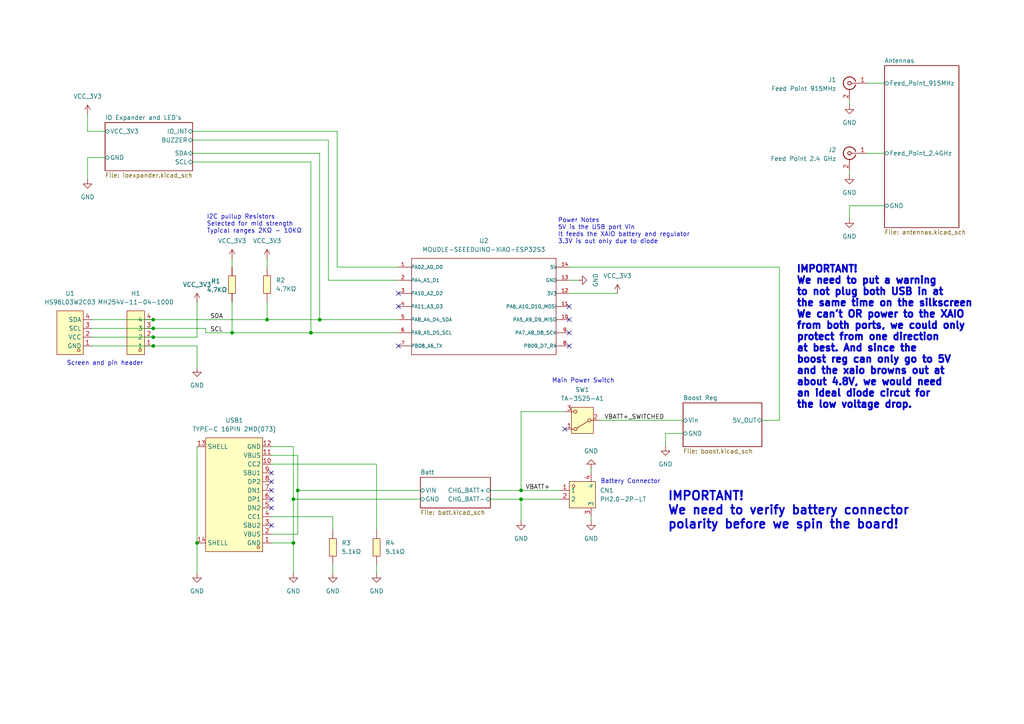
<source format=kicad_sch>
(kicad_sch (version 20250114) (generator "eeschema") (generator_version "9.0")
  (paper "A4")
  (title_block (title "DEFCON Policy 2025 Badge") (date "2025-05-21") (rev "1"))
  (lib_symbols
    (symbol "0603WAF4701T5E_1" (pin_numbers (hide yes)) (pin_names (hide yes))
      (property "Reference" "R" (at 0 5.08 0))
      (property "Value" "0603WAF4701T5E" (at 0 -5.08 0))
      (symbol "0603WAF4701T5E_1_0_1"
        (rectangle (start -2.54 1.02) (end 2.54 -1.02) (fill (type background)))
        (pin input line (at -5.08 0 0) (length 2.54) (name "1") (number "1"))
        (pin input line (at 5.08 0 180) (length 2.54) (name "2") (number "2"))
      )
    )
    (symbol "Connector:Conn_Coaxial" (pin_names (offset 1.016) (hide yes))
      (property "Reference" "J" (at 0.254 3.048 0))
      (property "Value" "Conn_Coaxial" (at 2.921 0 90))
      (symbol "Conn_Coaxial_0_1"
        (polyline (pts (xy -2.54 0) (xy -0.508 0)))
        (arc (start 1.778 0) (mid 0.222 -1.8079) (end -1.778 -0.508) (stroke (width 0.254)))
        (arc (start -1.778 0.508) (mid 0.2221 1.8084) (end 1.778 0) (stroke (width 0.254)))
        (circle (center 0 0) (radius 0.508) (stroke (width 0.2032)))
        (polyline (pts (xy 0 -2.54) (xy 0 -1.778)))
      )
      (symbol "Conn_Coaxial_1_1"
        (pin passive line (at -5.08 0 0) (length 2.54) (name "In") (number "1"))
        (pin passive line (at 0 -5.08 90) (length 2.54) (name "Ext") (number "2"))
      )
    )
    (symbol "JLCPCB:0603WAF4701T5E" (pin_numbers (hide yes)) (pin_names (hide yes))
      (property "Reference" "R" (at 0 5.08 0))
      (property "Value" "0603WAF4701T5E" (at 0 -5.08 0))
      (symbol "0603WAF4701T5E_0_1"
        (rectangle (start -2.54 1.02) (end 2.54 -1.02) (fill (type background)))
        (pin input line (at -5.08 0 0) (length 2.54) (name "1") (number "1"))
        (pin input line (at 5.08 0 180) (length 2.54) (name "2") (number "2"))
      )
    )
    (symbol "JLCPCB:0603WAF5101T5E" (pin_numbers (hide yes)) (pin_names (hide yes))
      (property "Reference" "R" (at 0 5.08 0))
      (property "Value" "0603WAF5101T5E" (at 0 -5.08 0))
      (symbol "0603WAF5101T5E_0_1"
        (rectangle (start -2.54 1.02) (end 2.54 -1.02) (fill (type background)))
        (pin input line (at -5.08 0 0) (length 2.54) (name "1") (number "1"))
        (pin input line (at 5.08 0 180) (length 2.54) (name "2") (number "2"))
      )
    )
    (symbol "JLCPCB:HS96L03W2C03"
      (property "Reference" "U" (at 0 8.89 0))
      (property "Value" "HS96L03W2C03" (at 0 -8.89 0))
      (symbol "HS96L03W2C03_0_1"
        (rectangle (start -3.81 6.35) (end 3.81 -6.35) (fill (type background)))
        (circle (center -2.54 5.08) (radius 0.38))
        (pin unspecified line (at -6.35 3.81 0) (length 2.54) (name "GND") (number "1"))
        (pin unspecified line (at -6.35 1.27 0) (length 2.54) (name "VCC") (number "2"))
        (pin unspecified line (at -6.35 -1.27 0) (length 2.54) (name "SCL") (number "3"))
        (pin unspecified line (at -6.35 -3.81 0) (length 2.54) (name "SDA") (number "4"))
      )
    )
    (symbol "JLCPCB:MH254V-11-04-1000"
      (property "Reference" "H" (at 0 8.89 0))
      (property "Value" "MH254V-11-04-1000" (at 0 -8.89 0))
      (symbol "MH254V-11-04-1000_0_1"
        (rectangle (start -2.54 6.35) (end 2.54 -6.35) (fill (type background)))
        (circle (center -1.27 5.08) (radius 0.38))
        (pin unspecified line (at -5.08 3.81 0) (length 2.54) (name "1") (number "1"))
        (pin unspecified line (at -5.08 1.27 0) (length 2.54) (name "2") (number "2"))
        (pin unspecified line (at -5.08 -1.27 0) (length 2.54) (name "3") (number "3"))
        (pin unspecified line (at -5.08 -3.81 0) (length 2.54) (name "4") (number "4"))
      )
    )
    (symbol "JLCPCB:PH2.0-2P-LT"
      (property "Reference" "CN" (at 0 11.43 0))
      (property "Value" "PH2.0-2P-LT" (at 0 -11.43 0))
      (symbol "PH2.0-2P-LT_0_1"
        (rectangle (start -2.54 3.81) (end 5.08 -3.81) (fill (type background)))
        (circle (center -1.27 2.54) (radius 0.38))
        (pin unspecified line (at -5.08 1.27 0) (length 2.54) (name "1") (number "1"))
        (pin unspecified line (at -5.08 -1.27 0) (length 2.54) (name "2") (number "2"))
        (pin unspecified line (at 3.81 6.35 270) (length 2.54) (name "4") (number "4"))
        (pin unspecified line (at 3.81 -6.35 90) (length 2.54) (name "3") (number "3"))
      )
    )
    (symbol "JLCPCB:TYPE-C16PIN2MD(073)"
      (property "Reference" "USB" (at 0 19.05 0))
      (property "Value" "TYPE-C 16PIN 2MD(073)" (at 0 -19.05 0))
      (symbol "TYPE-C16PIN2MD(073)_0_1"
        (rectangle (start -8.89 16.51) (end 7.62 -16.51) (fill (type background)))
        (circle (center -7.62 15.24) (radius 0.38))
        (pin unspecified line (at -11.43 13.97 0) (length 2.54) (name "GND") (number "1"))
        (pin unspecified line (at -11.43 11.43 0) (length 2.54) (name "VBUS") (number "2"))
        (pin unspecified line (at -11.43 8.89 0) (length 2.54) (name "SBU2") (number "3"))
        (pin unspecified line (at -11.43 6.35 0) (length 2.54) (name "CC1") (number "4"))
        (pin unspecified line (at -11.43 3.81 0) (length 2.54) (name "DN2") (number "5"))
        (pin unspecified line (at -11.43 1.27 0) (length 2.54) (name "DP1") (number "6"))
        (pin unspecified line (at -11.43 -1.27 0) (length 2.54) (name "DN1") (number "7"))
        (pin unspecified line (at -11.43 -3.81 0) (length 2.54) (name "DP2") (number "8"))
        (pin unspecified line (at -11.43 -6.35 0) (length 2.54) (name "SBU1") (number "9"))
        (pin unspecified line (at -11.43 -8.89 0) (length 2.54) (name "CC2") (number "10"))
        (pin unspecified line (at -11.43 -11.43 0) (length 2.54) (name "VBUS") (number "11"))
        (pin unspecified line (at -11.43 -13.97 0) (length 2.54) (name "GND") (number "12"))
        (pin unspecified line (at 10.16 13.97 180) (length 2.54) (name "SHELL") (number "14"))
        (pin unspecified line (at 10.16 -13.97 180) (length 2.54) (name "SHELL") (number "13"))
      )
    )
    (symbol "Switch:SW_SPDT" (pin_names (offset 0) (hide yes))
      (property "Reference" "SW" (at 0 5.08 0))
      (property "Value" "SW_SPDT" (at 0 -5.08 0))
      (symbol "SW_SPDT_0_1"
        (circle (center -2.032 0) (radius 0.4572))
        (polyline (pts (xy -1.651 0.254) (xy 1.651 2.286)))
        (circle (center 2.032 2.54) (radius 0.4572))
        (circle (center 2.032 -2.54) (radius 0.4572))
      )
      (symbol "SW_SPDT_1_1"
        (rectangle (start -3.175 3.81) (end 3.175 -3.81) (fill (type background)))
        (pin passive line (at -5.08 0 0) (length 2.54) (name "B") (number "2"))
        (pin passive line (at 5.08 2.54 180) (length 2.54) (name "A") (number "1"))
        (pin passive line (at 5.08 -2.54 180) (length 2.54) (name "C") (number "3"))
      )
    )
    (symbol "XAIO ESP32S3:MOUDLE-SEEEDUINO-XIAO-ESP32S3" (pin_names (offset 1.016))
      (property "Reference" "U" (at -21.59 15.24 0))
      (property "Value" "MOUDLE-SEEEDUINO-XIAO-ESP32S3" (at -21.59 13.97 0))
      (symbol "MOUDLE-SEEEDUINO-XIAO-ESP32S3_0_0"
        (polyline (pts (xy -21.59 13.97) (xy 20.32 13.97)) (stroke (width 0.1524)))
        (polyline (pts (xy -21.59 11.43) (xy -22.86 11.43)) (stroke (width 0.1524)))
        (polyline (pts (xy -21.59 11.43) (xy -21.59 13.97)) (stroke (width 0.1524)))
        (polyline (pts (xy -21.59 7.62) (xy -22.86 7.62)) (stroke (width 0.1524)))
        (polyline (pts (xy -21.59 7.62) (xy -21.59 11.43)) (stroke (width 0.1524)))
        (polyline (pts (xy -21.59 3.81) (xy -22.86 3.81)) (stroke (width 0.1524)))
        (polyline (pts (xy -21.59 3.81) (xy -21.59 7.62)) (stroke (width 0.1524)))
        (polyline (pts (xy -21.59 0) (xy -22.86 0)) (stroke (width 0.1524)))
        (polyline (pts (xy -21.59 0) (xy -21.59 3.81)) (stroke (width 0.1524)))
        (polyline (pts (xy -21.59 -3.81) (xy -22.86 -3.81)) (stroke (width 0.1524)))
        (polyline (pts (xy -21.59 -7.62) (xy -22.86 -7.62)) (stroke (width 0.1524)))
        (polyline (pts (xy -21.59 -11.43) (xy -22.86 -11.43)) (stroke (width 0.1524)))
        (polyline (pts (xy -21.59 -13.97) (xy -21.59 0)) (stroke (width 0.1524)))
        (polyline (pts (xy 20.32 13.97) (xy 20.32 11.43)) (stroke (width 0.1524)))
        (polyline (pts (xy 20.32 11.43) (xy 20.32 7.62)) (stroke (width 0.1524)))
        (polyline (pts (xy 20.32 7.62) (xy 20.32 3.81)) (stroke (width 0.1524)))
        (polyline (pts (xy 20.32 3.81) (xy 20.32 -13.97)) (stroke (width 0.1524)))
        (polyline (pts (xy 20.32 -13.97) (xy -21.59 -13.97)) (stroke (width 0.1524)))
        (polyline (pts (xy 21.59 11.43) (xy 20.32 11.43)) (stroke (width 0.1524)))
        (polyline (pts (xy 21.59 7.62) (xy 20.32 7.62)) (stroke (width 0.1524)))
        (polyline (pts (xy 21.59 3.81) (xy 20.32 3.81)) (stroke (width 0.1524)))
        (polyline (pts (xy 21.59 0) (xy 20.32 0)) (stroke (width 0.1524)))
        (polyline (pts (xy 21.59 -3.81) (xy 20.32 -3.81)) (stroke (width 0.1524)))
        (polyline (pts (xy 21.59 -7.62) (xy 20.32 -7.62)) (stroke (width 0.1524)))
        (polyline (pts (xy 21.59 -11.43) (xy 20.32 -11.43)) (stroke (width 0.1524)))
        (pin bidirectional line (at -25.4 11.43 0) (length 2.54) (name "PA02_A0_D0") (number "1"))
        (pin bidirectional line (at -25.4 7.62 0) (length 2.54) (name "PA4_A1_D1") (number "2"))
        (pin bidirectional line (at -25.4 3.81 0) (length 2.54) (name "PA10_A2_D2") (number "3"))
        (pin bidirectional line (at -25.4 0 0) (length 2.54) (name "PA11_A3_D3") (number "4"))
        (pin bidirectional line (at -25.4 -3.81 0) (length 2.54) (name "PA8_A4_D4_SDA") (number "5"))
        (pin bidirectional line (at -25.4 -7.62 0) (length 2.54) (name "PA9_A5_D5_SCL") (number "6"))
        (pin bidirectional line (at -25.4 -11.43 0) (length 2.54) (name "PB08_A6_TX") (number "7"))
        (pin bidirectional line (at 24.13 11.43 180) (length 2.54) (name "5V") (number "14"))
        (pin bidirectional line (at 24.13 7.62 180) (length 2.54) (name "GND") (number "13"))
        (pin bidirectional line (at 24.13 3.81 180) (length 2.54) (name "3V3") (number "12"))
        (pin bidirectional line (at 24.13 0 180) (length 2.54) (name "PA6_A10_D10_MOSI") (number "11"))
        (pin bidirectional line (at 24.13 -3.81 180) (length 2.54) (name "PA5_A9_D9_MISO") (number "10"))
        (pin bidirectional line (at 24.13 -7.62 180) (length 2.54) (name "PA7_A8_D8_SCK") (number "9"))
        (pin bidirectional line (at 24.13 -11.43 180) (length 2.54) (name "PB09_D7_RX") (number "8"))
      )
    )
    (symbol "power:GND" (power) (pin_numbers (hide yes)) (pin_names (offset 0) (hide yes))
      (property "Value" "GND" (at 0 -3.81 0))
      (symbol "GND_0_1"
        (polyline (pts (xy 0 0) (xy 0 -1.27) (xy 1.27 -1.27) (xy 0 -2.54) (xy -1.27 -1.27) (xy 0 -1.27)))
      )
      (symbol "GND_1_1"
        (pin power_in line (at 0 0 270) (length 0) (name "~") (number "1"))
      )
    )
    (symbol "power:VCC" (power) (pin_numbers (hide yes)) (pin_names (offset 0) (hide yes))
      (property "Value" "VCC" (at 0 3.556 0))
      (symbol "VCC_0_1"
        (polyline (pts (xy -0.762 1.27) (xy 0 2.54)))
        (polyline (pts (xy 0 2.54) (xy 0.762 1.27)))
        (polyline (pts (xy 0 0) (xy 0 2.54)))
      )
      (symbol "VCC_1_1"
        (pin power_in line (at 0 0 90) (length 0) (name "~") (number "1"))
      )
    )
  )
  (text "Power Notes\n5V is the USB port Vin\nIt feeds the XAIO battery and regulator\n3.3V is out only due to diode" (at 161.798 67.056 0) (effects (font (size 1.27 1.27)) (justify left)))
  (text "IMPORTANT!\nWe need to put a warning\nto not plug both USB in at\nthe same time on the silkscreen\nWe can't OR power to the XAIO\nfrom both ports, we could only \nprotect from one direction\nat best. And since the\nboost reg can only go to 5V\nand the xaio browns out at\nabout 4.8V, we would need\nan ideal diode circut for\nthe low voltage drop. " (at 230.886 97.79 0) (effects (font (size 2.032 2.032) (thickness 0.508) (bold yes)) (justify left)))
  (text "Battery Connector" (at 182.88 139.7 0) (effects (font (size 1.27 1.27))))
  (text "Main Power Switch" (at 169.164 110.49 0) (effects (font (size 1.27 1.27))))
  (text "Screen and pin header" (at 30.48 105.41 0) (effects (font (size 1.27 1.27))))
  (text "I2C pullup Resistors\nSelected for mid strength\nTypical ranges 2KΩ - 10KΩ" (at 59.944 65.024 0) (effects (font (size 1.27 1.27)) (justify left)))
  (text "IMPORTANT!\nWe need to verify battery connector \npolarity before we spin the board!" (at 193.548 148.082 0) (effects (font (size 2.54 2.54) (thickness 0.508) (bold yes)) (justify left)))
  (junction (at 151.13 144.78))
  (junction (at 77.47 92.71))
  (junction (at 57.15 157.48))
  (junction (at 44.45 92.71))
  (junction (at 44.45 97.79))
  (junction (at 85.09 144.78))
  (junction (at 44.45 100.33))
  (junction (at 92.71 92.71))
  (junction (at 67.31 96.52))
  (junction (at 85.09 157.48))
  (junction (at 44.45 95.25))
  (junction (at 151.13 142.24))
  (junction (at 90.17 96.52))
  (junction (at 86.36 142.24))
  (no_connect (at 163.83 124.46))
  (no_connect (at 165.1 92.71))
  (no_connect (at 165.1 96.52))
  (no_connect (at 165.1 100.33))
  (no_connect (at 78.74 152.4))
  (no_connect (at 115.57 88.9))
  (no_connect (at 78.74 142.24))
  (no_connect (at 78.74 139.7))
  (no_connect (at 78.74 144.78))
  (no_connect (at 78.74 147.32))
  (no_connect (at 78.74 137.16))
  (no_connect (at 115.57 85.09))
  (no_connect (at 115.57 100.33))
  (no_connect (at 165.1 88.9))
  (wire (pts (xy 78.74 132.08) (xy 86.36 132.08)))
  (wire (pts (xy 55.88 44.45) (xy 92.71 44.45)))
  (wire (pts (xy 57.15 129.54) (xy 57.15 157.48)))
  (wire (pts (xy 85.09 129.54) (xy 85.09 144.78)))
  (wire (pts (xy 92.71 44.45) (xy 92.71 92.71)))
  (wire (pts (xy 55.88 38.1) (xy 97.79 38.1)))
  (wire (pts (xy 55.88 40.64) (xy 95.25 40.64)))
  (wire (pts (xy 30.48 45.72) (xy 25.4 45.72)))
  (wire (pts (xy 26.67 100.33) (xy 44.45 100.33)))
  (wire (pts (xy 86.36 142.24) (xy 121.92 142.24)))
  (wire (pts (xy 97.79 38.1) (xy 97.79 77.47)))
  (wire (pts (xy 92.71 92.71) (xy 115.57 92.71)))
  (wire (pts (xy 95.25 40.64) (xy 95.25 81.28)))
  (wire (pts (xy 151.13 119.38) (xy 151.13 142.24)))
  (wire (pts (xy 77.47 87.63) (xy 77.47 92.71)))
  (wire (pts (xy 78.74 129.54) (xy 85.09 129.54)))
  (wire (pts (xy 165.1 81.28) (xy 167.64 81.28)))
  (wire (pts (xy 57.15 157.48) (xy 57.15 166.37)))
  (wire (pts (xy 44.45 100.33) (xy 57.15 100.33)))
  (wire (pts (xy 165.1 85.09) (xy 179.07 85.09)))
  (wire (pts (xy 198.12 125.73) (xy 193.04 125.73)))
  (wire (pts (xy 57.15 100.33) (xy 57.15 106.68)))
  (wire (pts (xy 246.38 49.53) (xy 246.38 50.8)))
  (wire (pts (xy 25.4 45.72) (xy 25.4 52.07)))
  (wire (pts (xy 67.31 74.93) (xy 67.31 77.47)))
  (wire (pts (xy 151.13 144.78) (xy 162.56 144.78)))
  (wire (pts (xy 85.09 157.48) (xy 78.74 157.48)))
  (wire (pts (xy 86.36 132.08) (xy 86.36 142.24)))
  (wire (pts (xy 251.46 44.45) (xy 256.54 44.45)))
  (wire (pts (xy 165.1 77.47) (xy 226.06 77.47)))
  (wire (pts (xy 59.69 95.25) (xy 59.69 96.52)))
  (wire (pts (xy 77.47 92.71) (xy 92.71 92.71)))
  (wire (pts (xy 67.31 96.52) (xy 90.17 96.52)))
  (wire (pts (xy 171.45 149.86) (xy 171.45 151.13)))
  (wire (pts (xy 30.48 38.1) (xy 25.4 38.1)))
  (wire (pts (xy 59.69 96.52) (xy 67.31 96.52)))
  (wire (pts (xy 90.17 46.99) (xy 90.17 96.52)))
  (wire (pts (xy 142.24 144.78) (xy 151.13 144.78)))
  (wire (pts (xy 78.74 134.62) (xy 109.22 134.62)))
  (wire (pts (xy 246.38 59.69) (xy 246.38 63.5)))
  (wire (pts (xy 256.54 59.69) (xy 246.38 59.69)))
  (wire (pts (xy 77.47 74.93) (xy 77.47 77.47)))
  (wire (pts (xy 173.99 121.92) (xy 198.12 121.92)))
  (wire (pts (xy 85.09 144.78) (xy 85.09 157.48)))
  (wire (pts (xy 226.06 77.47) (xy 226.06 121.92)))
  (wire (pts (xy 85.09 144.78) (xy 121.92 144.78)))
  (wire (pts (xy 44.45 97.79) (xy 57.15 97.79)))
  (wire (pts (xy 151.13 144.78) (xy 151.13 151.13)))
  (wire (pts (xy 151.13 142.24) (xy 162.56 142.24)))
  (wire (pts (xy 96.52 149.86) (xy 96.52 153.67)))
  (wire (pts (xy 26.67 97.79) (xy 44.45 97.79)))
  (wire (pts (xy 55.88 46.99) (xy 90.17 46.99)))
  (wire (pts (xy 26.67 92.71) (xy 44.45 92.71)))
  (wire (pts (xy 109.22 163.83) (xy 109.22 166.37)))
  (wire (pts (xy 78.74 149.86) (xy 96.52 149.86)))
  (wire (pts (xy 226.06 121.92) (xy 220.98 121.92)))
  (wire (pts (xy 86.36 142.24) (xy 86.36 154.94)))
  (wire (pts (xy 25.4 38.1) (xy 25.4 33.02)))
  (wire (pts (xy 193.04 125.73) (xy 193.04 129.54)))
  (wire (pts (xy 26.67 95.25) (xy 44.45 95.25)))
  (wire (pts (xy 151.13 119.38) (xy 163.83 119.38)))
  (wire (pts (xy 57.15 87.63) (xy 57.15 97.79)))
  (wire (pts (xy 142.24 142.24) (xy 151.13 142.24)))
  (wire (pts (xy 96.52 163.83) (xy 96.52 166.37)))
  (wire (pts (xy 109.22 134.62) (xy 109.22 153.67)))
  (wire (pts (xy 86.36 154.94) (xy 78.74 154.94)))
  (wire (pts (xy 85.09 157.48) (xy 85.09 166.37)))
  (wire (pts (xy 44.45 92.71) (xy 77.47 92.71)))
  (wire (pts (xy 67.31 87.63) (xy 67.31 96.52)))
  (wire (pts (xy 97.79 77.47) (xy 115.57 77.47)))
  (wire (pts (xy 251.46 24.13) (xy 256.54 24.13)))
  (wire (pts (xy 171.45 135.89) (xy 171.45 137.16)))
  (wire (pts (xy 90.17 96.52) (xy 115.57 96.52)))
  (wire (pts (xy 246.38 29.21) (xy 246.38 30.48)))
  (wire (pts (xy 95.25 81.28) (xy 115.57 81.28)))
  (wire (pts (xy 44.45 95.25) (xy 59.69 95.25)))
  (label "VBATT+" (at 152.4 142.24 0))
  (label "SDA" (at 60.96 92.71 0))
  (label "SCL" (at 60.96 96.52 0))
  (label "VBATT+_SWITCHED" (at 175.26 121.92 0))
  (symbol (lib_id "JLCPCB:HS96L03W2C03") (at 20.32 96.52 180) (unit 1)
    (property "Reference" "U1" (at 20.32 85.09 0))
    (property "Value" "HS96L03W2C03" (at 20.32 87.63 0))
    (property "Footprint" "imported:OLED-TH_L27.8-W27.2-P2.54_C9900033791" (effects (hide yes)))
    (property "LCSC Part" "C5248080" (effects (hide yes)))
    (property "MPN" "HS96L03W2C03" (effects (hide yes)))
  )
  (symbol (lib_id "power:GND") (at 246.38 63.5 0) (unit 1)
    (property "Reference" "#PWR019" (effects (hide yes)))
    (property "Value" "GND" (at 246.38 68.58 0))
    (property "Description" "Power symbol creates a global label with name \"GND\" , ground" (effects (hide yes)))
  )
  (symbol (lib_id "power:GND") (at 151.13 151.13 0) (unit 1)
    (property "Reference" "#PWR011" (effects (hide yes)))
    (property "Value" "GND" (at 151.13 156.21 0))
    (property "Description" "Power symbol creates a global label with name \"GND\" , ground" (effects (hide yes)))
  )
  (symbol (lib_id "JLCPCB:0603WAF4701T5E") (at 67.31 82.55 90) (unit 1)
    (property "Reference" "R1" (at 61.214 81.534 90) (effects (justify right)))
    (property "Value" "4.7KΩ" (at 59.944 84.074 90) (effects (justify right)))
    (property "Footprint" "imported:R0603" (effects (hide yes)))
    (property "Datasheet" "https://lcsc.com/product-detail/Chip-Resistor-Surface-Mount-UniOhm_4-7KR-4701-1_C23162.html" (effects (hide yes)))
    (property "LCSC Part" "C23162" (effects (hide yes)))
    (property "MPN" "0603WAF4701T5E" (effects (hide yes)))
  )
  (symbol (lib_id "power:VCC") (at 25.4 33.02 0) (unit 1)
    (property "Reference" "#PWR01" (effects (hide yes)))
    (property "Value" "VCC_3V3" (at 25.4 27.94 0))
    (property "Description" "Power symbol creates a global label with name \"VCC\"" (effects (hide yes)))
  )
  (symbol (lib_id "JLCPCB:TYPE-C16PIN2MD(073)") (at 67.31 143.51 180) (unit 1)
    (property "Reference" "USB1" (at 67.945 121.92 0))
    (property "Value" "TYPE-C 16PIN 2MD(073)" (at 67.945 124.46 0))
    (property "Footprint" "imported:USB-C-SMD_TYPE-C-6PIN-2MD-073" (effects (hide yes)))
    (property "LCSC Part" "C2765186" (effects (hide yes)))
  )
  (symbol (lib_id "power:GND") (at 167.64 81.28 90) (unit 1)
    (property "Reference" "#PWR012" (effects (hide yes)))
    (property "Value" "GND" (at 172.72 81.28 0))
    (property "Description" "Power symbol creates a global label with name \"GND\" , ground" (effects (hide yes)))
  )
  (symbol (lib_id "power:VCC") (at 67.31 74.93 0) (unit 1)
    (property "Reference" "#PWR06" (effects (hide yes)))
    (property "Value" "VCC_3V3" (at 67.31 69.85 0))
    (property "Description" "Power symbol creates a global label with name \"VCC\"" (effects (hide yes)))
  )
  (symbol (lib_id "power:VCC") (at 77.47 74.93 0) (unit 1)
    (property "Reference" "#PWR07" (effects (hide yes)))
    (property "Value" "VCC_3V3" (at 77.47 69.85 0))
    (property "Description" "Power symbol creates a global label with name \"VCC\"" (effects (hide yes)))
  )
  (symbol (lib_id "Connector:Conn_Coaxial") (at 246.38 44.45 0) (mirror y) (unit 1)
    (property "Reference" "J2" (at 242.57 43.4731 0) (effects (justify left)))
    (property "Value" "Feed Point 2.4 GHz" (at 242.57 46.0131 0) (effects (justify left)))
    (property "Footprint" "Antennas:Solder_Wire_Feedpoint_W65mills_S13mills" (effects (hide yes)))
    (property "Description" "coaxial connector (BNC, SMA, SMB, SMC, Cinch/RCA, LEMO, ...)" (effects (hide yes)))
  )
  (symbol (lib_id "power:GND") (at 171.45 151.13 0) (unit 1)
    (property "Reference" "#PWR014" (effects (hide yes)))
    (property "Value" "GND" (at 171.45 156.21 0))
    (property "Description" "Power symbol creates a global label with name \"GND\" , ground" (effects (hide yes)))
  )
  (symbol (lib_id "Connector:Conn_Coaxial") (at 246.38 24.13 0) (mirror y) (unit 1)
    (property "Reference" "J1" (at 242.57 23.1531 0) (effects (justify left)))
    (property "Value" "Feed Point 915MHz" (at 242.57 25.6931 0) (effects (justify left)))
    (property "Footprint" "Antennas:Solder_Wire_Feedpoint_W65mills_S13mills" (effects (hide yes)))
    (property "Description" "coaxial connector (BNC, SMA, SMB, SMC, Cinch/RCA, LEMO, ...)" (effects (hide yes)))
  )
  (symbol (lib_id "XAIO ESP32S3:MOUDLE-SEEEDUINO-XIAO-ESP32S3") (at 140.97 88.9 0) (unit 1)
    (property "Reference" "U2" (at 140.335 69.85 0))
    (property "Value" "MOUDLE-SEEEDUINO-XIAO-ESP32S3" (at 140.335 72.39 0))
    (property "Footprint" "XAIO ESP32S3:MOUDLE14P-SMD-2.54-21X17.8MM-header" (effects (hide yes)))
  )
  (symbol (lib_id "power:GND") (at 25.4 52.07 0) (unit 1)
    (property "Reference" "#PWR02" (effects (hide yes)))
    (property "Value" "GND" (at 25.4 57.15 0))
    (property "Description" "Power symbol creates a global label with name \"GND\" , ground" (effects (hide yes)))
  )
  (symbol (lib_id "power:VCC") (at 57.15 87.63 0) (unit 1)
    (property "Reference" "#PWR03" (effects (hide yes)))
    (property "Value" "VCC_3V3" (at 57.15 82.55 0))
    (property "Description" "Power symbol creates a global label with name \"VCC\"" (effects (hide yes)))
  )
  (symbol (lib_id "Switch:SW_SPDT") (at 168.91 121.92 180) (unit 1)
    (property "Reference" "SW1" (at 168.91 113.03 0))
    (property "Value" "TA-3525-A1" (at 168.91 115.57 0))
    (property "Footprint" "imported:SW-SMD_3P-L9.1-W3.5-P2.50_BDKG-3P-H2MM" (effects (hide yes)))
    (property "Datasheet" "https://lcsc.com/product-detail/Toggle-Switches_Yuandi-TA-3525-A1_C514018.html" (effects (hide yes)))
    (property "Description" "Switch, single pole double throw" (effects (hide yes)))
    (property "LCSC Part" "C514018" (effects (hide yes)))
    (property "MPN" "TA-3525-A1" (effects (hide yes)))
  )
  (symbol (lib_id "JLCPCB:0603WAF5101T5E") (at 109.22 158.75 90) (unit 1)
    (property "Reference" "R4" (at 111.76 157.4799 90) (effects (justify right)))
    (property "Value" "5.1kΩ" (at 111.76 160.0199 90) (effects (justify right)))
    (property "Footprint" "imported:R0603" (effects (hide yes)))
    (property "Datasheet" "https://lcsc.com/product-detail/Chip-Resistor-Surface-Mount-UniOhm_5-1KR-5101-1_C23186.html" (effects (hide yes)))
    (property "LCSC Part" "C23186" (effects (hide yes)))
    (property "MPN" "0603WAF5101T5E" (effects (hide yes)))
  )
  (symbol (lib_id "power:GND") (at 171.45 135.89 180) (unit 1)
    (property "Reference" "#PWR013" (effects (hide yes)))
    (property "Value" "GND" (at 171.45 130.81 0))
    (property "Description" "Power symbol creates a global label with name \"GND\" , ground" (effects (hide yes)))
  )
  (symbol (lib_id "power:GND") (at 109.22 166.37 0) (unit 1)
    (property "Reference" "#PWR010" (effects (hide yes)))
    (property "Value" "GND" (at 109.22 171.45 0))
    (property "Description" "Power symbol creates a global label with name \"GND\" , ground" (effects (hide yes)))
  )
  (symbol (lib_id "power:GND") (at 193.04 129.54 0) (unit 1)
    (property "Reference" "#PWR016" (effects (hide yes)))
    (property "Value" "GND" (at 193.04 134.62 0))
    (property "Description" "Power symbol creates a global label with name \"GND\" , ground" (effects (hide yes)))
  )
  (symbol (lib_id "power:GND") (at 246.38 30.48 0) (unit 1)
    (property "Reference" "#PWR017" (effects (hide yes)))
    (property "Value" "GND" (at 246.38 35.56 0))
    (property "Description" "Power symbol creates a global label with name \"GND\" , ground" (effects (hide yes)))
  )
  (symbol (lib_name "0603WAF4701T5E_1") (lib_id "JLCPCB:0603WAF4701T5E") (at 77.47 82.55 90) (unit 1)
    (property "Reference" "R2" (at 80.01 81.2799 90) (effects (justify right)))
    (property "Value" "4.7KΩ" (at 80.01 83.8199 90) (effects (justify right)))
    (property "Footprint" "imported:R0603" (effects (hide yes)))
    (property "Datasheet" "https://lcsc.com/product-detail/Chip-Resistor-Surface-Mount-UniOhm_4-7KR-4701-1_C23162.html" (effects (hide yes)))
    (property "LCSC Part" "C23162" (effects (hide yes)))
    (property "MPN" "0603WAF4701T5E" (effects (hide yes)))
  )
  (symbol (lib_id "power:GND") (at 246.38 50.8 0) (unit 1)
    (property "Reference" "#PWR018" (effects (hide yes)))
    (property "Value" "GND" (at 246.38 55.88 0))
    (property "Description" "Power symbol creates a global label with name \"GND\" , ground" (effects (hide yes)))
  )
  (symbol (lib_id "power:GND") (at 85.09 166.37 0) (unit 1)
    (property "Reference" "#PWR08" (effects (hide yes)))
    (property "Value" "GND" (at 85.09 171.45 0))
    (property "Description" "Power symbol creates a global label with name \"GND\" , ground" (effects (hide yes)))
  )
  (symbol (lib_id "JLCPCB:MH254V-11-04-1000") (at 39.37 96.52 180) (unit 1)
    (property "Reference" "H1" (at 39.37 85.09 0))
    (property "Value" "MH254V-11-04-1000" (at 39.37 87.63 0))
    (property "Footprint" "imported:HDR-TH_4P-P2.54-V-M-3" (effects (hide yes)))
    (property "Datasheet" "https://lcsc.com/product-detail/Pin-Header-Female-Header_XFCN-MH254V-11-04-1000_C509261.html" (effects (hide yes)))
    (property "LCSC Part" "C509261" (effects (hide yes)))
  )
  (symbol (lib_id "power:GND") (at 57.15 106.68 0) (unit 1)
    (property "Reference" "#PWR04" (effects (hide yes)))
    (property "Value" "GND" (at 57.15 111.76 0))
    (property "Description" "Power symbol creates a global label with name \"GND\" , ground" (effects (hide yes)))
  )
  (symbol (lib_id "power:GND") (at 57.15 166.37 0) (unit 1)
    (property "Reference" "#PWR05" (effects (hide yes)))
    (property "Value" "GND" (at 57.15 171.45 0))
    (property "Description" "Power symbol creates a global label with name \"GND\" , ground" (effects (hide yes)))
  )
  (symbol (lib_id "power:GND") (at 96.52 166.37 0) (unit 1)
    (property "Reference" "#PWR09" (effects (hide yes)))
    (property "Value" "GND" (at 96.52 171.45 0))
    (property "Description" "Power symbol creates a global label with name \"GND\" , ground" (effects (hide yes)))
  )
  (symbol (lib_id "JLCPCB:0603WAF5101T5E") (at 96.52 158.75 90) (unit 1)
    (property "Reference" "R3" (at 99.06 157.4799 90) (effects (justify right)))
    (property "Value" "5.1kΩ" (at 99.06 160.0199 90) (effects (justify right)))
    (property "Footprint" "imported:R0603" (effects (hide yes)))
    (property "Datasheet" "https://lcsc.com/product-detail/Chip-Resistor-Surface-Mount-UniOhm_5-1KR-5101-1_C23186.html" (effects (hide yes)))
    (property "LCSC Part" "C23186" (effects (hide yes)))
    (property "MPN" "0603WAF5101T5E" (effects (hide yes)))
  )
  (symbol (lib_id "power:VCC") (at 179.07 85.09 0) (unit 1)
    (property "Reference" "#PWR015" (effects (hide yes)))
    (property "Value" "VCC_3V3" (at 179.07 80.01 0))
    (property "Description" "Power symbol creates a global label with name \"VCC\"" (effects (hide yes)))
  )
  (symbol (lib_id "JLCPCB:PH2.0-2P-LT") (at 167.64 143.51 0) (unit 1)
    (property "Reference" "CN1" (at 173.99 142.2399 0) (effects (justify left)))
    (property "Value" "PH2.0-2P-LT" (at 173.99 144.7799 0) (effects (justify left)))
    (property "Footprint" "imported:CONN-SMD_PH2.0-1X2PW" (effects (hide yes)))
    (property "LCSC Part" "C722761" (effects (hide yes)))
  )
  (sheet (at 30.48 35.56) (size 25.4 13.97) (stroke (width 0.1524))
    (property "Sheetname" "IO Expander and LED's" (at 30.48 34.8484 0) (effects (justify left bottom)))
    (property "Sheetfile" "ioexpander.kicad_sch" (at 30.48 50.1146 0) (effects (justify left top)))
    (pin "GND" bidirectional (at 30.48 45.72 180))
    (pin "IO_INT" bidirectional (at 55.88 38.1 0))
    (pin "VCC_3V3" bidirectional (at 30.48 38.1 180))
    (pin "SCL" bidirectional (at 55.88 46.99 0))
    (pin "SDA" bidirectional (at 55.88 44.45 0))
    (pin "BUZZER" bidirectional (at 55.88 40.64 0))
  )
  (sheet (at 256.54 19.05) (size 21.59 46.99) (stroke (width 0.1524))
    (property "Sheetname" "Antennas" (at 256.54 18.3384 0) (effects (justify left bottom)))
    (property "Sheetfile" "antennas.kicad_sch" (at 256.54 66.6246 0) (effects (justify left top)))
    (pin "GND" bidirectional (at 256.54 59.69 180))
    (pin "Feed_Point_2.4GHz" bidirectional (at 256.54 44.45 180))
    (pin "Feed_Point_915MHz" bidirectional (at 256.54 24.13 180))
  )
  (sheet (at 198.12 116.84) (size 22.86 12.7) (stroke (width 0.1524))
    (property "Sheetname" "Boost Reg" (at 198.12 116.1284 0) (effects (justify left bottom)))
    (property "Sheetfile" "boost.kicad_sch" (at 198.12 130.1246 0) (effects (justify left top)))
    (pin "5V_OUT" bidirectional (at 220.98 121.92 0))
    (pin "Vin" bidirectional (at 198.12 121.92 180))
    (pin "GND" bidirectional (at 198.12 125.73 180))
  )
  (sheet (at 121.92 138.43) (size 20.32 8.89) (stroke (width 0.1524))
    (property "Sheetname" "Batt" (at 121.92 137.7184 0) (effects (justify left bottom)))
    (property "Sheetfile" "batt.kicad_sch" (at 121.92 147.9046 0) (effects (justify left top)))
    (pin "GND" bidirectional (at 121.92 144.78 180))
    (pin "VIN" bidirectional (at 121.92 142.24 180))
    (pin "CHG_BATT+" bidirectional (at 142.24 142.24 0))
    (pin "CHG_BATT-" bidirectional (at 142.24 144.78 0))
  )
)
</source>
